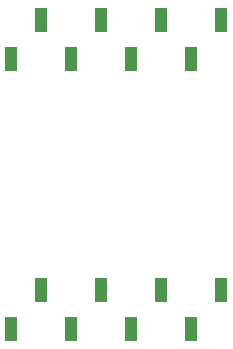
<source format=gbp>
%TF.GenerationSoftware,KiCad,Pcbnew,8.0.1*%
%TF.CreationDate,2024-04-01T15:48:32-05:00*%
%TF.ProjectId,adapter_board,61646170-7465-4725-9f62-6f6172642e6b,rev?*%
%TF.SameCoordinates,Original*%
%TF.FileFunction,Paste,Bot*%
%TF.FilePolarity,Positive*%
%FSLAX46Y46*%
G04 Gerber Fmt 4.6, Leading zero omitted, Abs format (unit mm)*
G04 Created by KiCad (PCBNEW 8.0.1) date 2024-04-01 15:48:32*
%MOMM*%
%LPD*%
G01*
G04 APERTURE LIST*
%ADD10R,0.990600X2.006600*%
G04 APERTURE END LIST*
D10*
%TO.C,J1*%
X156110000Y-84511000D03*
X158650000Y-81209000D03*
X161190000Y-84511000D03*
X163730000Y-81209000D03*
X166270000Y-84511000D03*
X168810000Y-81209000D03*
X171350000Y-84511000D03*
X173890000Y-81209000D03*
%TD*%
%TO.C,J4*%
X156110000Y-61651000D03*
X158650000Y-58349000D03*
X161190000Y-61651000D03*
X163730000Y-58349000D03*
X166270000Y-61651000D03*
X168810000Y-58349000D03*
X171350000Y-61651000D03*
X173890000Y-58349000D03*
%TD*%
M02*

</source>
